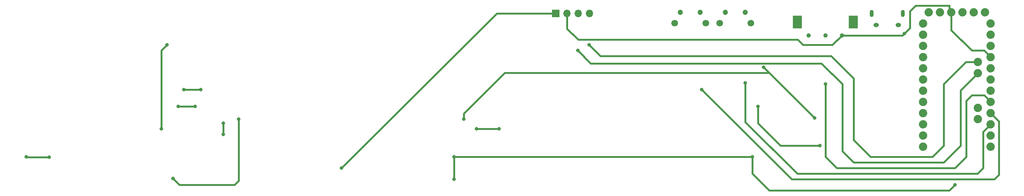
<source format=gbr>
%TF.GenerationSoftware,KiCad,Pcbnew,(5.1.10)-1*%
%TF.CreationDate,2021-07-25T13:07:42+09:00*%
%TF.ProjectId,MHGC,4d484743-2e6b-4696-9361-645f70636258,rev?*%
%TF.SameCoordinates,Original*%
%TF.FileFunction,Copper,L2,Bot*%
%TF.FilePolarity,Positive*%
%FSLAX46Y46*%
G04 Gerber Fmt 4.6, Leading zero omitted, Abs format (unit mm)*
G04 Created by KiCad (PCBNEW (5.1.10)-1) date 2021-07-25 13:07:42*
%MOMM*%
%LPD*%
G01*
G04 APERTURE LIST*
%TA.AperFunction,ComponentPad*%
%ADD10O,0.900000X1.600000*%
%TD*%
%TA.AperFunction,ComponentPad*%
%ADD11O,1.250000X0.950000*%
%TD*%
%TA.AperFunction,ComponentPad*%
%ADD12C,1.879600*%
%TD*%
%TA.AperFunction,ComponentPad*%
%ADD13R,2.000000X3.000000*%
%TD*%
%TA.AperFunction,ComponentPad*%
%ADD14C,1.000000*%
%TD*%
%TA.AperFunction,ComponentPad*%
%ADD15O,1.700000X1.700000*%
%TD*%
%TA.AperFunction,ComponentPad*%
%ADD16R,1.700000X1.700000*%
%TD*%
%TA.AperFunction,ComponentPad*%
%ADD17C,1.500000*%
%TD*%
%TA.AperFunction,ComponentPad*%
%ADD18C,1.200000*%
%TD*%
%TA.AperFunction,ViaPad*%
%ADD19C,0.800000*%
%TD*%
%TA.AperFunction,Conductor*%
%ADD20C,0.400000*%
%TD*%
G04 APERTURE END LIST*
D10*
%TO.P,J2,*%
%TO.N,*%
X237800000Y-3000000D03*
X244800000Y-3000000D03*
D11*
X238800000Y-5700000D03*
X243800000Y-5700000D03*
%TD*%
D12*
%TO.P,U1,JP1_1*%
%TO.N,Net-(U1-PadJP1_1)*%
X263350000Y-2760000D03*
%TO.P,U1,JP1_2*%
%TO.N,Net-(U1-PadJP1_2)*%
X260810000Y-2760000D03*
%TO.P,U1,JP1_3*%
%TO.N,Net-(U1-PadJP1_3)*%
X258270000Y-2760000D03*
%TO.P,U1,JP1_4*%
%TO.N,+5V*%
X255730000Y-2760000D03*
%TO.P,U1,JP1_5*%
%TO.N,GND*%
X253190000Y-2760000D03*
%TO.P,U1,JP1_6*%
X250650000Y-2760000D03*
%TO.P,U1,JP2_1*%
%TO.N,Net-(J1-Pad3)*%
X261699000Y-16603000D03*
%TO.P,U1,JP2_2*%
%TO.N,Net-(J1-Pad4)*%
X261699000Y-14063000D03*
%TO.P,U1,JP3_2*%
%TO.N,Net-(U1-PadJP3_2)*%
X261699000Y-24477000D03*
%TO.P,U1,JP3_1*%
%TO.N,Net-(U1-PadJP3_1)*%
X261699000Y-27017000D03*
%TO.P,U1,JP6_1*%
%TO.N,Net-(U1-PadJP6_1)*%
X264620000Y-5300000D03*
%TO.P,U1,JP6_2*%
%TO.N,GND*%
X264620000Y-7840000D03*
%TO.P,U1,JP6_3*%
%TO.N,Net-(U1-PadJP6_3)*%
X264620000Y-10380000D03*
%TO.P,U1,JP6_4*%
%TO.N,+5V*%
X264620000Y-12920000D03*
%TO.P,U1,JP6_5*%
%TO.N,Net-(U1-PadJP6_5)*%
X264620000Y-15460000D03*
%TO.P,U1,JP6_6*%
%TO.N,Net-(U1-PadJP6_6)*%
X264620000Y-18000000D03*
%TO.P,U1,JP6_7*%
%TO.N,Net-(U1-PadJP6_7)*%
X264620000Y-20540000D03*
%TO.P,U1,JP6_8*%
%TO.N,Net-(RV1-Pad2)*%
X264620000Y-23080000D03*
%TO.P,U1,JP6_9*%
%TO.N,Net-(SW2-Pad1)*%
X264620000Y-25620000D03*
%TO.P,U1,JP6_10*%
%TO.N,Net-(SW1-Pad1)*%
X264620000Y-28160000D03*
%TO.P,U1,JP6_11*%
%TO.N,Net-(R6-Pad1)*%
X264620000Y-30700000D03*
%TO.P,U1,JP6_12*%
%TO.N,Net-(R5-Pad1)*%
X264620000Y-33240000D03*
%TO.P,U1,JP7_1*%
%TO.N,Net-(R4-Pad1)*%
X249380000Y-33240000D03*
%TO.P,U1,JP7_2*%
%TO.N,Net-(U1-PadJP7_2)*%
X249380000Y-30700000D03*
%TO.P,U1,JP7_3*%
%TO.N,Net-(U1-PadJP7_3)*%
X249380000Y-28160000D03*
%TO.P,U1,JP7_4*%
%TO.N,Net-(R3-Pad1)*%
X249380000Y-25620000D03*
%TO.P,U1,JP7_5*%
%TO.N,Net-(R2-Pad1)*%
X249380000Y-23080000D03*
%TO.P,U1,JP7_6*%
%TO.N,Net-(U1-PadJP7_6)*%
X249380000Y-20540000D03*
%TO.P,U1,JP7_7*%
%TO.N,Net-(R1-Pad1)*%
X249380000Y-18000000D03*
%TO.P,U1,JP7_8*%
%TO.N,Net-(U1-PadJP7_8)*%
X249380000Y-15460000D03*
%TO.P,U1,JP7_9*%
%TO.N,GND*%
X249380000Y-12920000D03*
%TO.P,U1,JP7_10*%
%TO.N,Net-(U1-PadJP7_10)*%
X249380000Y-10380000D03*
%TO.P,U1,JP7_11*%
%TO.N,Net-(U1-PadJP7_11)*%
X249380000Y-7840000D03*
%TO.P,U1,JP7_12*%
%TO.N,Net-(U1-PadJP7_12)*%
X249380000Y-5300000D03*
%TD*%
D13*
%TO.P,RV1,*%
%TO.N,*%
X221030000Y-5000000D03*
X233630000Y-5000000D03*
D14*
%TO.P,RV1,3*%
%TO.N,GND*%
X223580000Y-8000000D03*
%TO.P,RV1,2*%
%TO.N,Net-(RV1-Pad2)*%
X227330000Y-8000000D03*
%TO.P,RV1,1*%
%TO.N,+5V*%
X231080000Y-8000000D03*
%TD*%
D15*
%TO.P,J1,4*%
%TO.N,Net-(J1-Pad4)*%
X174120000Y-3000000D03*
%TO.P,J1,3*%
%TO.N,Net-(J1-Pad3)*%
X171580000Y-3000000D03*
%TO.P,J1,2*%
%TO.N,+5V*%
X169040000Y-3000000D03*
D16*
%TO.P,J1,1*%
%TO.N,GND*%
X166500000Y-3000000D03*
%TD*%
D17*
%TO.P,SW1,*%
%TO.N,*%
X203510000Y-5250000D03*
X210510000Y-5250000D03*
D18*
%TO.P,SW1,2*%
%TO.N,GND*%
X204760000Y-2750000D03*
%TO.P,SW1,1*%
%TO.N,Net-(SW1-Pad1)*%
X209260000Y-2750000D03*
%TD*%
D17*
%TO.P,SW2,*%
%TO.N,*%
X193350000Y-5250000D03*
X200350000Y-5250000D03*
D18*
%TO.P,SW2,2*%
%TO.N,GND*%
X194600000Y-2750000D03*
%TO.P,SW2,1*%
%TO.N,Net-(SW2-Pad1)*%
X199100000Y-2750000D03*
%TD*%
D19*
%TO.N,Net-(D13-Pad1)*%
X148590000Y-29210000D03*
X153670000Y-29210000D03*
X226060000Y-33020000D03*
X212090000Y-24130000D03*
%TO.N,Net-(D15-Pad1)*%
X46990000Y-35560000D03*
X213360000Y-15240000D03*
X82550000Y-20320000D03*
X86360000Y-20320000D03*
X145720000Y-27000000D03*
X224870000Y-26750000D03*
X52175000Y-35665000D03*
X80150000Y-40500000D03*
X94920000Y-27000000D03*
%TO.N,Net-(D10-Pad2)*%
X77470000Y-29210000D03*
X78740000Y-10160000D03*
%TO.N,Net-(D11-Pad1)*%
X85090000Y-24130000D03*
X81280000Y-24130000D03*
X91440000Y-27940000D03*
X91440000Y-30480000D03*
X210820000Y-35560000D03*
X256540000Y-41910000D03*
X143510000Y-35560000D03*
X143510000Y-40640000D03*
%TO.N,GND*%
X118110000Y-38100000D03*
%TO.N,+5V*%
X245110000Y-7620000D03*
%TO.N,Net-(J1-Pad3)*%
X171450000Y-11430000D03*
%TO.N,Net-(J1-Pad4)*%
X173990000Y-10160000D03*
%TO.N,Net-(RV1-Pad2)*%
X227330000Y-19050000D03*
%TO.N,Net-(SW1-Pad1)*%
X209260000Y-18760000D03*
%TO.N,Net-(SW2-Pad1)*%
X199390000Y-20320000D03*
%TD*%
D20*
%TO.N,Net-(D13-Pad1)*%
X153670000Y-29210000D02*
X148590000Y-29210000D01*
X226060000Y-33020000D02*
X226060000Y-33020000D01*
X212090000Y-27940000D02*
X217170000Y-33020000D01*
X217170000Y-33020000D02*
X226060000Y-33020000D01*
X212090000Y-24130000D02*
X212090000Y-27940000D01*
%TO.N,Net-(D15-Pad1)*%
X145720000Y-25730000D02*
X154940000Y-16510000D01*
X145720000Y-27000000D02*
X145720000Y-25730000D01*
X224870000Y-26750000D02*
X213360000Y-15240000D01*
X154940000Y-16510000D02*
X214630000Y-16510000D01*
X82550000Y-20320000D02*
X86360000Y-20320000D01*
X47095000Y-35665000D02*
X46990000Y-35560000D01*
X52175000Y-35665000D02*
X47095000Y-35665000D01*
X94920000Y-27000000D02*
X94920000Y-40970000D01*
X94920000Y-40970000D02*
X93980000Y-41910000D01*
X81560000Y-41910000D02*
X80150000Y-40500000D01*
X93980000Y-41910000D02*
X81560000Y-41910000D01*
%TO.N,Net-(D10-Pad2)*%
X77470000Y-29210000D02*
X77470000Y-11430000D01*
X77470000Y-11430000D02*
X78740000Y-10160000D01*
X78740000Y-10160000D02*
X78740000Y-10160000D01*
%TO.N,Net-(D11-Pad1)*%
X256540000Y-41910000D02*
X255270000Y-43180000D01*
X81280000Y-24130000D02*
X85090000Y-24130000D01*
X91440000Y-27940000D02*
X91440000Y-30480000D01*
X143510000Y-35560000D02*
X143510000Y-40640000D01*
X143510000Y-40640000D02*
X143510000Y-40640000D01*
X214630000Y-43180000D02*
X210820000Y-39370000D01*
X255270000Y-43180000D02*
X214630000Y-43180000D01*
X210820000Y-35560000D02*
X210820000Y-39370000D01*
X210820000Y-35560000D02*
X143510000Y-35560000D01*
%TO.N,GND*%
X153210000Y-3000000D02*
X118110000Y-38100000D01*
X166500000Y-3000000D02*
X153210000Y-3000000D01*
%TO.N,+5V*%
X244730000Y-8000000D02*
X231080000Y-8000000D01*
X171560001Y-9000001D02*
X221090001Y-9000001D01*
X221090001Y-9000001D02*
X222250000Y-10160000D01*
X169040000Y-6480000D02*
X171560001Y-9000001D01*
X169040000Y-3000000D02*
X169040000Y-6480000D01*
X245110000Y-7620000D02*
X245110000Y-7620000D01*
X245110000Y-7620000D02*
X245110000Y-7620000D01*
X245110000Y-7620000D02*
X245110000Y-7620000D01*
X245110000Y-7620000D02*
X244730000Y-8000000D01*
X228920000Y-10160000D02*
X228600000Y-10160000D01*
X231080000Y-8000000D02*
X228920000Y-10160000D01*
X222250000Y-10160000D02*
X228600000Y-10160000D01*
X245110000Y-7620000D02*
X246380000Y-6350000D01*
X246380000Y-6350000D02*
X246380000Y-2540000D01*
X246380000Y-2540000D02*
X247650000Y-1270000D01*
X247650000Y-1270000D02*
X255270000Y-1270000D01*
X255270000Y-2300000D02*
X255730000Y-2760000D01*
X255270000Y-1270000D02*
X255270000Y-2300000D01*
X255730000Y-2760000D02*
X255730000Y-6810000D01*
X255730000Y-6810000D02*
X260350000Y-11430000D01*
X263130000Y-11430000D02*
X264620000Y-12920000D01*
X260350000Y-11430000D02*
X263130000Y-11430000D01*
%TO.N,Net-(J1-Pad3)*%
X261699000Y-16603000D02*
X257810000Y-20492000D01*
X257810000Y-20492000D02*
X257810000Y-33020000D01*
X257810000Y-33020000D02*
X254000000Y-36830000D01*
X174359999Y-14339999D02*
X171450000Y-11430000D01*
X226429999Y-14339999D02*
X174359999Y-14339999D01*
X231140000Y-19050000D02*
X226429999Y-14339999D01*
X254000000Y-36830000D02*
X233680000Y-36830000D01*
X233680000Y-36830000D02*
X231140000Y-34290000D01*
X231140000Y-34290000D02*
X231140000Y-19050000D01*
%TO.N,Net-(J1-Pad4)*%
X261699000Y-14063000D02*
X258987000Y-14063000D01*
X258987000Y-14063000D02*
X254000000Y-19050000D01*
X254000000Y-19050000D02*
X254000000Y-33020000D01*
X254000000Y-33020000D02*
X251460000Y-35560000D01*
X251460000Y-35560000D02*
X237490000Y-35560000D01*
X237490000Y-35560000D02*
X233680000Y-31750000D01*
X233680000Y-31750000D02*
X233680000Y-17780000D01*
X233680000Y-17780000D02*
X228600000Y-12700000D01*
X176530000Y-12700000D02*
X173990000Y-10160000D01*
X228600000Y-12700000D02*
X176530000Y-12700000D01*
%TO.N,Net-(RV1-Pad2)*%
X263130000Y-21590000D02*
X264620000Y-23080000D01*
X259080000Y-22860000D02*
X260350000Y-21590000D01*
X259080000Y-35560000D02*
X259080000Y-22860000D01*
X256540000Y-38100000D02*
X259080000Y-35560000D01*
X229870000Y-38100000D02*
X256540000Y-38100000D01*
X227330000Y-35560000D02*
X229870000Y-38100000D01*
X260350000Y-21590000D02*
X263130000Y-21590000D01*
X227330000Y-19050000D02*
X227330000Y-35560000D01*
%TO.N,Net-(SW1-Pad1)*%
X209260000Y-27650000D02*
X209260000Y-18760000D01*
X264620000Y-28160000D02*
X262890000Y-29890000D01*
X262890000Y-29890000D02*
X262890000Y-38100000D01*
X262890000Y-38100000D02*
X261620000Y-39370000D01*
X220980000Y-39370000D02*
X209260000Y-27650000D01*
X261620000Y-39370000D02*
X220980000Y-39370000D01*
%TO.N,Net-(SW2-Pad1)*%
X264620000Y-25620000D02*
X266474990Y-27474990D01*
X199390000Y-20320000D02*
X199390000Y-20320000D01*
X266474990Y-27474990D02*
X266474990Y-39595010D01*
X266474990Y-39595010D02*
X265430000Y-40640000D01*
X265430000Y-40640000D02*
X219710000Y-40640000D01*
X219710000Y-40640000D02*
X199390000Y-20320000D01*
%TD*%
M02*

</source>
